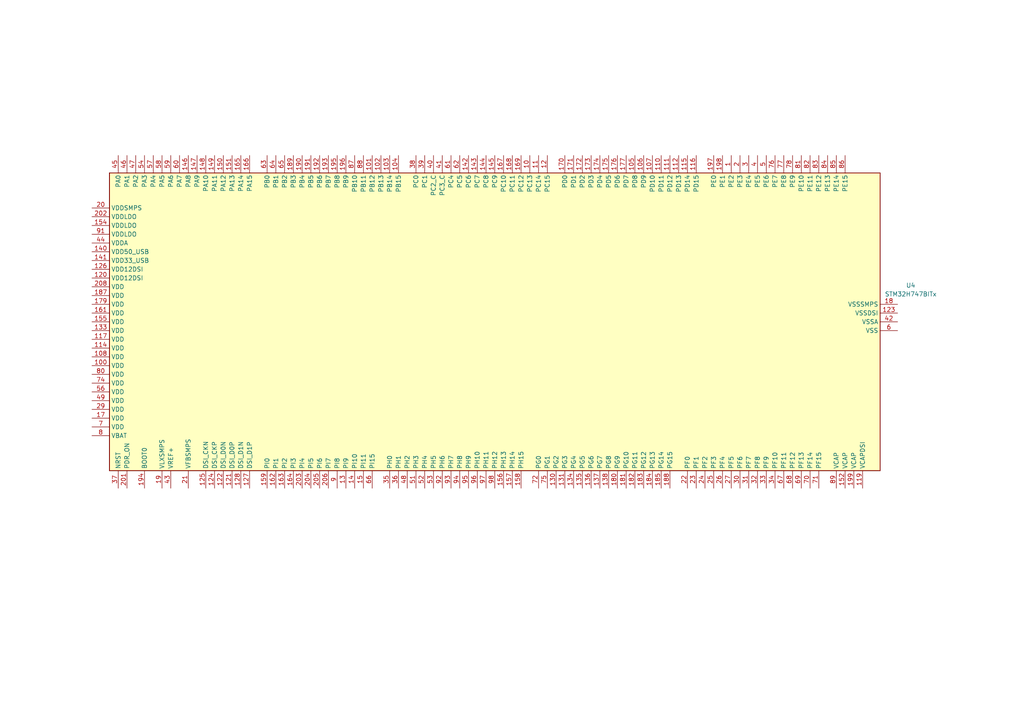
<source format=kicad_sch>
(kicad_sch (version 20230121) (generator eeschema)
  (paper "A4")
  (lib_symbols
    (symbol "MCU_ST_STM32H7:STM32H747BITx"
      (property "Reference" "U" (at -43.18 113.03 0))
      (property "Value" "STM32H747BITx" (at 35.56 113.03 0))
      (symbol "STM32H747BITx_0_1"
        (rectangle (start -43.18 -111.76) (end 43.18 111.76) (stroke (width 0.254)) (fill (type background)))
      )
      (symbol "STM32H747BITx_1_1"
        (pin bidirectional line (at 48.26 -68.58 180) (length 5.08) (name "PE2") (number "1"))
        (pin bidirectional line (at 48.26 -10.16 180) (length 5.08) (name "PC13") (number "10"))
        (pin power_in line (at -12.7 116.84 270) (length 5.08) (name "VDD") (number "100"))
        (pin bidirectional line (at 48.26 35.56 180) (length 5.08) (name "PB12") (number "101"))
        (pin bidirectional line (at 48.26 33.02 180) (length 5.08) (name "PB13") (number "102"))
        (pin bidirectional line (at 48.26 30.48 180) (length 5.08) (name "PB14") (number "103"))
        (pin bidirectional line (at 48.26 27.94 180) (length 5.08) (name "PB15") (number "104"))
        (pin bidirectional line (at 48.26 -40.64 180) (length 5.08) (name "PD8") (number "105"))
        (pin bidirectional line (at 48.26 -43.18 180) (length 5.08) (name "PD9") (number "106"))
        (pin bidirectional line (at 48.26 -45.72 180) (length 5.08) (name "PD10") (number "107"))
        (pin power_in line (at -10.16 116.84 270) (length 5.08) (name "VDD") (number "108"))
        (pin passive line (at -2.54 -116.84 90) (length 5.08) hide (name "VSS") (number "109"))
        (pin bidirectional line (at 48.26 -12.7 180) (length 5.08) (name "PC14") (number "11"))
        (pin bidirectional line (at 48.26 -48.26 180) (length 5.08) (name "PD11") (number "110"))
        (pin bidirectional line (at 48.26 -50.8 180) (length 5.08) (name "PD12") (number "111"))
        (pin bidirectional line (at 48.26 -53.34 180) (length 5.08) (name "PD13") (number "112"))
        (pin passive line (at -2.54 -116.84 90) (length 5.08) hide (name "VSS") (number "113"))
        (pin power_in line (at -7.62 116.84 270) (length 5.08) (name "VDD") (number "114"))
        (pin bidirectional line (at 48.26 -55.88 180) (length 5.08) (name "PD14") (number "115"))
        (pin bidirectional line (at 48.26 -58.42 180) (length 5.08) (name "PD15") (number "116"))
        (pin power_in line (at -5.08 116.84 270) (length 5.08) (name "VDD") (number "117"))
        (pin passive line (at -2.54 -116.84 90) (length 5.08) hide (name "VSS") (number "118"))
        (pin power_out line (at -48.26 -106.68 0) (length 5.08) (name "VCAPDSI") (number "119"))
        (pin bidirectional line (at 48.26 -15.24 180) (length 5.08) (name "PC15") (number "12"))
        (pin power_in line (at 12.7 116.84 270) (length 5.08) (name "VDD12DSI") (number "120"))
        (pin bidirectional line (at -48.26 76.2 0) (length 5.08) (name "DSI_D0P") (number "121"))
        (pin bidirectional line (at -48.26 78.74 0) (length 5.08) (name "DSI_D0N") (number "122"))
        (pin power_in line (at 2.54 -116.84 90) (length 5.08) (name "VSSDSI") (number "123"))
        (pin bidirectional line (at -48.26 81.28 0) (length 5.08) (name "DSI_CKP") (number "124"))
        (pin bidirectional line (at -48.26 83.82 0) (length 5.08) (name "DSI_CKN") (number "125"))
        (pin power_in line (at 15.24 116.84 270) (length 5.08) (name "VDD12DSI") (number "126"))
        (pin bidirectional line (at -48.26 71.12 0) (length 5.08) (name "DSI_D1P") (number "127"))
        (pin bidirectional line (at -48.26 73.66 0) (length 5.08) (name "DSI_D1N") (number "128"))
        (pin passive line (at 2.54 -116.84 90) (length 5.08) hide (name "VSSDSI") (number "129"))
        (pin bidirectional line (at -48.26 43.18 0) (length 5.08) (name "PI9") (number "13"))
        (pin bidirectional line (at -48.26 -17.78 0) (length 5.08) (name "PG2") (number "130"))
        (pin bidirectional line (at -48.26 -20.32 0) (length 5.08) (name "PG3") (number "131"))
        (pin passive line (at -2.54 -116.84 90) (length 5.08) hide (name "VSS") (number "132"))
        (pin power_in line (at -2.54 116.84 270) (length 5.08) (name "VDD") (number "133"))
        (pin bidirectional line (at -48.26 -22.86 0) (length 5.08) (name "PG4") (number "134"))
        (pin bidirectional line (at -48.26 -25.4 0) (length 5.08) (name "PG5") (number "135"))
        (pin bidirectional line (at -48.26 -27.94 0) (length 5.08) (name "PG6") (number "136"))
        (pin bidirectional line (at -48.26 -30.48 0) (length 5.08) (name "PG7") (number "137"))
        (pin bidirectional line (at -48.26 -33.02 0) (length 5.08) (name "PG8") (number "138"))
        (pin passive line (at -2.54 -116.84 90) (length 5.08) hide (name "VSS") (number "139"))
        (pin bidirectional line (at -48.26 40.64 0) (length 5.08) (name "PI10") (number "14"))
        (pin power_in line (at 20.32 116.84 270) (length 5.08) (name "VDD50_USB") (number "140"))
        (pin power_in line (at 17.78 116.84 270) (length 5.08) (name "VDD33_USB") (number "141"))
        (pin bidirectional line (at 48.26 7.62 180) (length 5.08) (name "PC6") (number "142"))
        (pin bidirectional line (at 48.26 5.08 180) (length 5.08) (name "PC7") (number "143"))
        (pin bidirectional line (at 48.26 2.54 180) (length 5.08) (name "PC8") (number "144"))
        (pin bidirectional line (at 48.26 0 180) (length 5.08) (name "PC9") (number "145"))
        (pin bidirectional line (at 48.26 88.9 180) (length 5.08) (name "PA8") (number "146"))
        (pin bidirectional line (at 48.26 86.36 180) (length 5.08) (name "PA9") (number "147"))
        (pin bidirectional line (at 48.26 83.82 180) (length 5.08) (name "PA10") (number "148"))
        (pin bidirectional line (at 48.26 81.28 180) (length 5.08) (name "PA11") (number "149"))
        (pin bidirectional line (at -48.26 38.1 0) (length 5.08) (name "PI11") (number "15"))
        (pin bidirectional line (at 48.26 78.74 180) (length 5.08) (name "PA12") (number "150"))
        (pin bidirectional line (at 48.26 76.2 180) (length 5.08) (name "PA13") (number "151"))
        (pin power_out line (at -48.26 -101.6 0) (length 5.08) (name "VCAP") (number "152"))
        (pin passive line (at -2.54 -116.84 90) (length 5.08) hide (name "VSS") (number "153"))
        (pin power_in line (at 27.94 116.84 270) (length 5.08) (name "VDDLDO") (number "154"))
        (pin power_in line (at 0 116.84 270) (length 5.08) (name "VDD") (number "155"))
        (pin bidirectional line (at -48.26 -2.54 0) (length 5.08) (name "PH13") (number "156"))
        (pin bidirectional line (at -48.26 -5.08 0) (length 5.08) (name "PH14") (number "157"))
        (pin bidirectional line (at -48.26 -7.62 0) (length 5.08) (name "PH15") (number "158"))
        (pin bidirectional line (at -48.26 66.04 0) (length 5.08) (name "PI0") (number "159"))
        (pin passive line (at -2.54 -116.84 90) (length 5.08) hide (name "VSS") (number "16"))
        (pin passive line (at -2.54 -116.84 90) (length 5.08) hide (name "VSS") (number "160"))
        (pin power_in line (at 2.54 116.84 270) (length 5.08) (name "VDD") (number "161"))
        (pin bidirectional line (at -48.26 63.5 0) (length 5.08) (name "PI1") (number "162"))
        (pin bidirectional line (at -48.26 60.96 0) (length 5.08) (name "PI2") (number "163"))
        (pin bidirectional line (at -48.26 58.42 0) (length 5.08) (name "PI3") (number "164"))
        (pin bidirectional line (at 48.26 73.66 180) (length 5.08) (name "PA14") (number "165"))
        (pin bidirectional line (at 48.26 71.12 180) (length 5.08) (name "PA15") (number "166"))
        (pin bidirectional line (at 48.26 -2.54 180) (length 5.08) (name "PC10") (number "167"))
        (pin bidirectional line (at 48.26 -5.08 180) (length 5.08) (name "PC11") (number "168"))
        (pin bidirectional line (at 48.26 -7.62 180) (length 5.08) (name "PC12") (number "169"))
        (pin power_in line (at -27.94 116.84 270) (length 5.08) (name "VDD") (number "17"))
        (pin bidirectional line (at 48.26 -20.32 180) (length 5.08) (name "PD0") (number "170"))
        (pin bidirectional line (at 48.26 -22.86 180) (length 5.08) (name "PD1") (number "171"))
        (pin bidirectional line (at 48.26 -25.4 180) (length 5.08) (name "PD2") (number "172"))
        (pin bidirectional line (at 48.26 -27.94 180) (length 5.08) (name "PD3") (number "173"))
        (pin bidirectional line (at 48.26 -30.48 180) (length 5.08) (name "PD4") (number "174"))
        (pin bidirectional line (at 48.26 -33.02 180) (length 5.08) (name "PD5") (number "175"))
        (pin bidirectional line (at 48.26 -35.56 180) (length 5.08) (name "PD6") (number "176"))
        (pin bidirectional line (at 48.26 -38.1 180) (length 5.08) (name "PD7") (number "177"))
        (pin passive line (at -2.54 -116.84 90) (length 5.08) hide (name "VSS") (number "178"))
        (pin power_in line (at 5.08 116.84 270) (length 5.08) (name "VDD") (number "179"))
        (pin power_in line (at 5.08 -116.84 90) (length 5.08) (name "VSSSMPS") (number "18"))
        (pin bidirectional line (at -48.26 -35.56 0) (length 5.08) (name "PG9") (number "180"))
        (pin bidirectional line (at -48.26 -38.1 0) (length 5.08) (name "PG10") (number "181"))
        (pin bidirectional line (at -48.26 -40.64 0) (length 5.08) (name "PG11") (number "182"))
        (pin bidirectional line (at -48.26 -43.18 0) (length 5.08) (name "PG12") (number "183"))
        (pin bidirectional line (at -48.26 -45.72 0) (length 5.08) (name "PG13") (number "184"))
        (pin bidirectional line (at -48.26 -48.26 0) (length 5.08) (name "PG14") (number "185"))
        (pin passive line (at -2.54 -116.84 90) (length 5.08) hide (name "VSS") (number "186"))
        (pin power_in line (at 7.62 116.84 270) (length 5.08) (name "VDD") (number "187"))
        (pin bidirectional line (at -48.26 -50.8 0) (length 5.08) (name "PG15") (number "188"))
        (pin bidirectional line (at 48.26 58.42 180) (length 5.08) (name "PB3") (number "189"))
        (pin power_in line (at -48.26 96.52 0) (length 5.08) (name "VLXSMPS") (number "19"))
        (pin bidirectional line (at 48.26 55.88 180) (length 5.08) (name "PB4") (number "190"))
        (pin bidirectional line (at 48.26 53.34 180) (length 5.08) (name "PB5") (number "191"))
        (pin bidirectional line (at 48.26 50.8 180) (length 5.08) (name "PB6") (number "192"))
        (pin bidirectional line (at 48.26 48.26 180) (length 5.08) (name "PB7") (number "193"))
        (pin input line (at -48.26 101.6 0) (length 5.08) (name "BOOT0") (number "194"))
        (pin bidirectional line (at 48.26 45.72 180) (length 5.08) (name "PB8") (number "195"))
        (pin bidirectional line (at 48.26 43.18 180) (length 5.08) (name "PB9") (number "196"))
        (pin bidirectional line (at 48.26 -63.5 180) (length 5.08) (name "PE0") (number "197"))
        (pin bidirectional line (at 48.26 -66.04 180) (length 5.08) (name "PE1") (number "198"))
        (pin power_out line (at -48.26 -104.14 0) (length 5.08) (name "VCAP") (number "199"))
        (pin bidirectional line (at 48.26 -71.12 180) (length 5.08) (name "PE3") (number "2"))
        (pin power_in line (at 33.02 116.84 270) (length 5.08) (name "VDDSMPS") (number "20"))
        (pin passive line (at -2.54 -116.84 90) (length 5.08) hide (name "VSS") (number "200"))
        (pin input line (at -48.26 106.68 0) (length 5.08) (name "PDR_ON") (number "201"))
        (pin power_in line (at 30.48 116.84 270) (length 5.08) (name "VDDLDO") (number "202"))
        (pin bidirectional line (at -48.26 55.88 0) (length 5.08) (name "PI4") (number "203"))
        (pin bidirectional line (at -48.26 53.34 0) (length 5.08) (name "PI5") (number "204"))
        (pin bidirectional line (at -48.26 50.8 0) (length 5.08) (name "PI6") (number "205"))
        (pin bidirectional line (at -48.26 48.26 0) (length 5.08) (name "PI7") (number "206"))
        (pin passive line (at -2.54 -116.84 90) (length 5.08) hide (name "VSS") (number "207"))
        (pin power_in line (at 10.16 116.84 270) (length 5.08) (name "VDD") (number "208"))
        (pin input line (at -48.26 88.9 0) (length 5.08) (name "VFBSMPS") (number "21"))
        (pin bidirectional line (at -48.26 -55.88 0) (length 5.08) (name "PF0") (number "22"))
        (pin bidirectional line (at -48.26 -58.42 0) (length 5.08) (name "PF1") (number "23"))
        (pin bidirectional line (at -48.26 -60.96 0) (length 5.08) (name "PF2") (number "24"))
        (pin bidirectional line (at -48.26 -63.5 0) (length 5.08) (name "PF3") (number "25"))
        (pin bidirectional line (at -48.26 -66.04 0) (length 5.08) (name "PF4") (number "26"))
        (pin bidirectional line (at -48.26 -68.58 0) (length 5.08) (name "PF5") (number "27"))
        (pin passive line (at -2.54 -116.84 90) (length 5.08) hide (name "VSS") (number "28"))
        (pin power_in line (at -25.4 116.84 270) (length 5.08) (name "VDD") (number "29"))
        (pin bidirectional line (at 48.26 -73.66 180) (length 5.08) (name "PE4") (number "3"))
        (pin bidirectional line (at -48.26 -71.12 0) (length 5.08) (name "PF6") (number "30"))
        (pin bidirectional line (at -48.26 -73.66 0) (length 5.08) (name "PF7") (number "31"))
        (pin bidirectional line (at -48.26 -76.2 0) (length 5.08) (name "PF8") (number "32"))
        (pin bidirectional line (at -48.26 -78.74 0) (length 5.08) (name "PF9") (number "33"))
        (pin bidirectional line (at -48.26 -81.28 0) (length 5.08) (name "PF10") (number "34"))
        (pin bidirectional line (at -48.26 30.48 0) (length 5.08) (name "PH0") (number "35"))
        (pin bidirectional line (at -48.26 27.94 0) (length 5.08) (name "PH1") (number "36"))
        (pin input line (at -48.26 109.22 0) (length 5.08) (name "NRST") (number "37"))
        (pin bidirectional line (at 48.26 22.86 180) (length 5.08) (name "PC0") (number "38"))
        (pin bidirectional line (at 48.26 20.32 180) (length 5.08) (name "PC1") (number "39"))
        (pin bidirectional line (at 48.26 -76.2 180) (length 5.08) (name "PE5") (number "4"))
        (pin bidirectional line (at 48.26 17.78 180) (length 5.08) (name "PC2_C") (number "40"))
        (pin bidirectional line (at 48.26 15.24 180) (length 5.08) (name "PC3_C") (number "41"))
        (pin power_in line (at 0 -116.84 90) (length 5.08) (name "VSSA") (number "42"))
        (pin input line (at -48.26 93.98 0) (length 5.08) (name "VREF+") (number "43"))
        (pin power_in line (at 22.86 116.84 270) (length 5.08) (name "VDDA") (number "44"))
        (pin bidirectional line (at 48.26 109.22 180) (length 5.08) (name "PA0") (number "45"))
        (pin bidirectional line (at 48.26 106.68 180) (length 5.08) (name "PA1") (number "46"))
        (pin bidirectional line (at 48.26 104.14 180) (length 5.08) (name "PA2") (number "47"))
        (pin bidirectional line (at -48.26 25.4 0) (length 5.08) (name "PH2") (number "48"))
        (pin power_in line (at -22.86 116.84 270) (length 5.08) (name "VDD") (number "49"))
        (pin bidirectional line (at 48.26 -78.74 180) (length 5.08) (name "PE6") (number "5"))
        (pin passive line (at -2.54 -116.84 90) (length 5.08) hide (name "VSS") (number "50"))
        (pin bidirectional line (at -48.26 22.86 0) (length 5.08) (name "PH3") (number "51"))
        (pin bidirectional line (at -48.26 20.32 0) (length 5.08) (name "PH4") (number "52"))
        (pin bidirectional line (at -48.26 17.78 0) (length 5.08) (name "PH5") (number "53"))
        (pin bidirectional line (at 48.26 101.6 180) (length 5.08) (name "PA3") (number "54"))
        (pin passive line (at -2.54 -116.84 90) (length 5.08) hide (name "VSS") (number "55"))
        (pin power_in line (at -20.32 116.84 270) (length 5.08) (name "VDD") (number "56"))
        (pin bidirectional line (at 48.26 99.06 180) (length 5.08) (name "PA4") (number "57"))
        (pin bidirectional line (at 48.26 96.52 180) (length 5.08) (name "PA5") (number "58"))
        (pin bidirectional line (at 48.26 93.98 180) (length 5.08) (name "PA6") (number "59"))
        (pin power_in line (at -2.54 -116.84 90) (length 5.08) (name "VSS") (number "6"))
        (pin bidirectional line (at 48.26 91.44 180) (length 5.08) (name "PA7") (number "60"))
        (pin bidirectional line (at 48.26 12.7 180) (length 5.08) (name "PC4") (number "61"))
        (pin bidirectional line (at 48.26 10.16 180) (length 5.08) (name "PC5") (number "62"))
        (pin bidirectional line (at 48.26 66.04 180) (length 5.08) (name "PB0") (number "63"))
        (pin bidirectional line (at 48.26 63.5 180) (length 5.08) (name "PB1") (number "64"))
        (pin bidirectional line (at 48.26 60.96 180) (length 5.08) (name "PB2") (number "65"))
        (pin bidirectional line (at -48.26 35.56 0) (length 5.08) (name "PI15") (number "66"))
        (pin bidirectional line (at -48.26 -83.82 0) (length 5.08) (name "PF11") (number "67"))
        (pin bidirectional line (at -48.26 -86.36 0) (length 5.08) (name "PF12") (number "68"))
        (pin bidirectional line (at -48.26 -88.9 0) (length 5.08) (name "PF13") (number "69"))
        (pin power_in line (at -30.48 116.84 270) (length 5.08) (name "VDD") (number "7"))
        (pin bidirectional line (at -48.26 -91.44 0) (length 5.08) (name "PF14") (number "70"))
        (pin bidirectional line (at -48.26 -93.98 0) (length 5.08) (name "PF15") (number "71"))
        (pin bidirectional line (at -48.26 -12.7 0) (length 5.08) (name "PG0") (number "72"))
        (pin passive line (at -2.54 -116.84 90) (length 5.08) hide (name "VSS") (number "73"))
        (pin power_in line (at -17.78 116.84 270) (length 5.08) (name "VDD") (number "74"))
        (pin bidirectional line (at -48.26 -15.24 0) (length 5.08) (name "PG1") (number "75"))
        (pin bidirectional line (at 48.26 -81.28 180) (length 5.08) (name "PE7") (number "76"))
        (pin bidirectional line (at 48.26 -83.82 180) (length 5.08) (name "PE8") (number "77"))
        (pin bidirectional line (at 48.26 -86.36 180) (length 5.08) (name "PE9") (number "78"))
        (pin passive line (at -2.54 -116.84 90) (length 5.08) hide (name "VSS") (number "79"))
        (pin power_in line (at -33.02 116.84 270) (length 5.08) (name "VBAT") (number "8"))
        (pin power_in line (at -15.24 116.84 270) (length 5.08) (name "VDD") (number "80"))
        (pin bidirectional line (at 48.26 -88.9 180) (length 5.08) (name "PE10") (number "81"))
        (pin bidirectional line (at 48.26 -91.44 180) (length 5.08) (name "PE11") (number "82"))
        (pin bidirectional line (at 48.26 -93.98 180) (length 5.08) (name "PE12") (number "83"))
        (pin bidirectional line (at 48.26 -96.52 180) (length 5.08) (name "PE13") (number "84"))
        (pin bidirectional line (at 48.26 -99.06 180) (length 5.08) (name "PE14") (number "85"))
        (pin bidirectional line (at 48.26 -101.6 180) (length 5.08) (name "PE15") (number "86"))
        (pin bidirectional line (at 48.26 40.64 180) (length 5.08) (name "PB10") (number "87"))
        (pin bidirectional line (at 48.26 38.1 180) (length 5.08) (name "PB11") (number "88"))
        (pin power_out line (at -48.26 -99.06 0) (length 5.08) (name "VCAP") (number "89"))
        (pin bidirectional line (at -48.26 45.72 0) (length 5.08) (name "PI8") (number "9"))
        (pin passive line (at -2.54 -116.84 90) (length 5.08) hide (name "VSS") (number "90"))
        (pin power_in line (at 25.4 116.84 270) (length 5.08) (name "VDDLDO") (number "91"))
        (pin bidirectional line (at -48.26 15.24 0) (length 5.08) (name "PH6") (number "92"))
        (pin bidirectional line (at -48.26 12.7 0) (length 5.08) (name "PH7") (number "93"))
        (pin bidirectional line (at -48.26 10.16 0) (length 5.08) (name "PH8") (number "94"))
        (pin bidirectional line (at -48.26 7.62 0) (length 5.08) (name "PH9") (number "95"))
        (pin bidirectional line (at -48.26 5.08 0) (length 5.08) (name "PH10") (number "96"))
        (pin bidirectional line (at -48.26 2.54 0) (length 5.08) (name "PH11") (number "97"))
        (pin bidirectional line (at -48.26 0 0) (length 5.08) (name "PH12") (number "98"))
        (pin passive line (at -2.54 -116.84 90) (length 5.08) hide (name "VSS") (number "99"))
      )
    )
  )
  (symbol (lib_id "MCU_ST_STM32H7:STM32H747BITx") (at 143.51 93.345 90) (unit 1)
    (property "Reference" "U4" (at 264.16 82.7689 90))
    (property "Value" "STM32H747BITx" (at 264.16 85.3089 90))
    (property "Footprint" "Package_QFP:LQFP-208_28x28mm_P0.5mm" (effects hide))
    (property "Datasheet" "https://www.st.com/resource/en/datasheet/stm32h747bi.pdf" (effects hide))
  )
)
</source>
